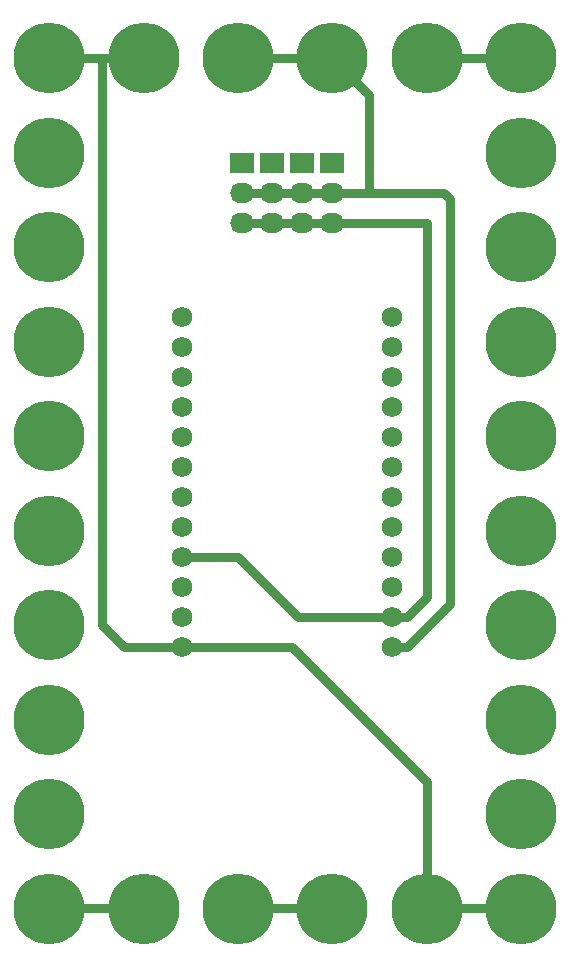
<source format=gbl>
%TF.GenerationSoftware,KiCad,Pcbnew,4.0.7-e2-6376~58~ubuntu16.04.1*%
%TF.CreationDate,2018-07-31T04:14:02-07:00*%
%TF.ProjectId,6x10-Photon-Breakout,367831302D50686F746F6E2D42726561,v1.1*%
%TF.FileFunction,Copper,L2,Bot,Signal*%
%FSLAX46Y46*%
G04 Gerber Fmt 4.6, Leading zero omitted, Abs format (unit mm)*
G04 Created by KiCad (PCBNEW 4.0.7-e2-6376~58~ubuntu16.04.1) date Tue Jul 31 04:14:02 2018*
%MOMM*%
%LPD*%
G01*
G04 APERTURE LIST*
%ADD10C,0.350000*%
%ADD11C,6.000000*%
%ADD12C,1.727200*%
%ADD13R,2.032000X1.727200*%
%ADD14O,2.032000X1.727200*%
%ADD15C,0.685800*%
%ADD16C,0.762000*%
%ADD17C,0.330200*%
%ADD18C,0.330200*%
%ADD19C,0.350000*%
G04 APERTURE END LIST*
D10*
D11*
X98999000Y-71800000D03*
X99000000Y-79800000D03*
X99000000Y-95800000D03*
X99000000Y-63800000D03*
X99000000Y-87800000D03*
X98999000Y-55800000D03*
X98999000Y-47800000D03*
X59000000Y-103800000D03*
X66999000Y-103800000D03*
X74999000Y-103800000D03*
X90999000Y-103800000D03*
X74999000Y-31800000D03*
X82999000Y-31800000D03*
X59000000Y-31800000D03*
X66999000Y-31800000D03*
X98999000Y-31800000D03*
X58999000Y-47800000D03*
X58999000Y-55800000D03*
X58999000Y-63800000D03*
X58999000Y-71800000D03*
X58999000Y-79800000D03*
X58999000Y-87800000D03*
X58999000Y-95800000D03*
X98999000Y-103800000D03*
X98999000Y-39800000D03*
X58999000Y-39800000D03*
X82999000Y-103800000D03*
X90999000Y-31800000D03*
D12*
X88066238Y-81643854D03*
X88066238Y-79103854D03*
X88066238Y-76563854D03*
X88066238Y-74023854D03*
X88066238Y-71483854D03*
X88066238Y-68943854D03*
X88066238Y-66403854D03*
X88066238Y-63863854D03*
X88066238Y-61323854D03*
X88066238Y-58783854D03*
X88066238Y-56243854D03*
X88066238Y-53703854D03*
X70286238Y-56243854D03*
X70286238Y-76563854D03*
X70286238Y-61323854D03*
X70286238Y-58783854D03*
X70286238Y-79103854D03*
X70286238Y-71483854D03*
X70286238Y-81643854D03*
X70286238Y-68943854D03*
X70286238Y-66403854D03*
X70286238Y-63863854D03*
X70286238Y-74023854D03*
X70286238Y-53703854D03*
D13*
X82931000Y-40640000D03*
D14*
X82931000Y-43180000D03*
X82931000Y-45720000D03*
D13*
X80391000Y-40640000D03*
D14*
X80391000Y-43180000D03*
X80391000Y-45720000D03*
D13*
X77851000Y-40640000D03*
D14*
X77851000Y-43180000D03*
X77851000Y-45720000D03*
D13*
X75311000Y-40640000D03*
D14*
X75311000Y-43180000D03*
X75311000Y-45720000D03*
D15*
X91037000Y-45720000D03*
D16*
X88066238Y-81643854D02*
X89331238Y-81643854D01*
X89331238Y-81643854D02*
X92964000Y-78011092D01*
X92964000Y-78011092D02*
X92964000Y-43688000D01*
X92964000Y-43688000D02*
X92456000Y-43180000D01*
X92456000Y-43180000D02*
X86106000Y-43180000D01*
X82931000Y-43180000D02*
X86106000Y-43180000D01*
X85998999Y-34817999D02*
X86106000Y-34925000D01*
X86106000Y-34925000D02*
X86106000Y-43180000D01*
X82999000Y-31800000D02*
X85998999Y-34799999D01*
X85998999Y-34799999D02*
X85998999Y-34817999D01*
X83413600Y-32214600D02*
X82999000Y-31800000D01*
X82931000Y-43180000D02*
X80391000Y-43180000D01*
X77851000Y-43180000D02*
X80391000Y-43180000D01*
X75311000Y-43180000D02*
X77851000Y-43180000D01*
X75037000Y-103757000D02*
X83037000Y-103757000D01*
X79248000Y-31788640D02*
X79279640Y-31757000D01*
X75037000Y-31757000D02*
X79279640Y-31757000D01*
X79279640Y-31757000D02*
X83037000Y-31757000D01*
X70286238Y-81643854D02*
X79611854Y-81643854D01*
X79611854Y-81643854D02*
X91037000Y-93069000D01*
X91037000Y-93069000D02*
X91037000Y-103757000D01*
X91037000Y-103757000D02*
X99037000Y-103757000D01*
X63500000Y-31757000D02*
X63500000Y-79756000D01*
X63500000Y-79756000D02*
X65387854Y-81643854D01*
X65387854Y-81643854D02*
X70286238Y-81643854D01*
X63280640Y-31757000D02*
X63500000Y-31757000D01*
X63500000Y-31757000D02*
X67037000Y-31757000D01*
X59038000Y-31757000D02*
X63280640Y-31757000D01*
X88066238Y-79103854D02*
X89331238Y-79103854D01*
X89331238Y-79103854D02*
X91037000Y-77398092D01*
X91037000Y-77398092D02*
X91037000Y-45720000D01*
X70286238Y-74023854D02*
X75039854Y-74023854D01*
X75039854Y-74023854D02*
X80119854Y-79103854D01*
X80119854Y-79103854D02*
X88066238Y-79103854D01*
X82931000Y-45720000D02*
X91037000Y-45720000D01*
X80391000Y-45720000D02*
X82931000Y-45720000D01*
X77851000Y-45720000D02*
X80391000Y-45720000D01*
X75311000Y-45720000D02*
X77851000Y-45720000D01*
X59038000Y-103757000D02*
X67037000Y-103757000D01*
X91037000Y-31757000D02*
X95279640Y-31757000D01*
X95279640Y-31757000D02*
X99037000Y-31757000D01*
D17*
X59042000Y-47752000D02*
X59037000Y-47757000D01*
D18*
X91037000Y-45720000D03*
D19*
X98999000Y-71800000D03*
X99000000Y-79800000D03*
X99000000Y-95800000D03*
X99000000Y-63800000D03*
X99000000Y-87800000D03*
X98999000Y-55800000D03*
X98999000Y-47800000D03*
X59000000Y-103800000D03*
X66999000Y-103800000D03*
X74999000Y-103800000D03*
X90999000Y-103800000D03*
X74999000Y-31800000D03*
X82999000Y-31800000D03*
X59000000Y-31800000D03*
X66999000Y-31800000D03*
X98999000Y-31800000D03*
X58999000Y-47800000D03*
X58999000Y-55800000D03*
X58999000Y-63800000D03*
X58999000Y-71800000D03*
X58999000Y-79800000D03*
X58999000Y-87800000D03*
X58999000Y-95800000D03*
X98999000Y-103800000D03*
X98999000Y-39800000D03*
X58999000Y-39800000D03*
X82999000Y-103800000D03*
X90999000Y-31800000D03*
X88066238Y-81643854D03*
X88066238Y-79103854D03*
X88066238Y-76563854D03*
X88066238Y-74023854D03*
X88066238Y-71483854D03*
X88066238Y-68943854D03*
X88066238Y-66403854D03*
X88066238Y-63863854D03*
X88066238Y-61323854D03*
X88066238Y-58783854D03*
X88066238Y-56243854D03*
X88066238Y-53703854D03*
X70286238Y-56243854D03*
X70286238Y-76563854D03*
X70286238Y-61323854D03*
X70286238Y-58783854D03*
X70286238Y-79103854D03*
X70286238Y-71483854D03*
X70286238Y-81643854D03*
X70286238Y-68943854D03*
X70286238Y-66403854D03*
X70286238Y-63863854D03*
X70286238Y-74023854D03*
X70286238Y-53703854D03*
X82931000Y-40640000D03*
X82931000Y-43180000D03*
X82931000Y-45720000D03*
X80391000Y-40640000D03*
X80391000Y-43180000D03*
X80391000Y-45720000D03*
X77851000Y-40640000D03*
X77851000Y-43180000D03*
X77851000Y-45720000D03*
X75311000Y-40640000D03*
X75311000Y-43180000D03*
X75311000Y-45720000D03*
M02*

</source>
